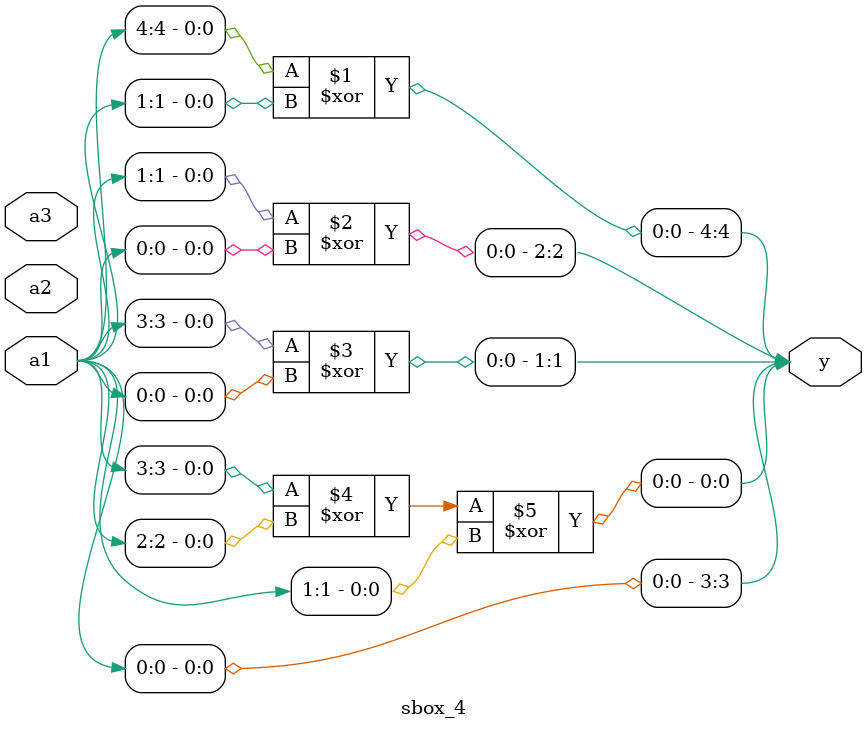
<source format=v>


 module sbox_4 ( a1, a2, a3, y); 

input [0:4] a1; 
input [0:4] a2; 
input [0:4] a3; 
output [0:4] y; 

 assign y={a1[3]^a1[2]^a1[1],a1[3]^a1[0],a1[1]^a1[0],a1[0],a1[4]^a1[1]}; 

 endmodule 

</source>
